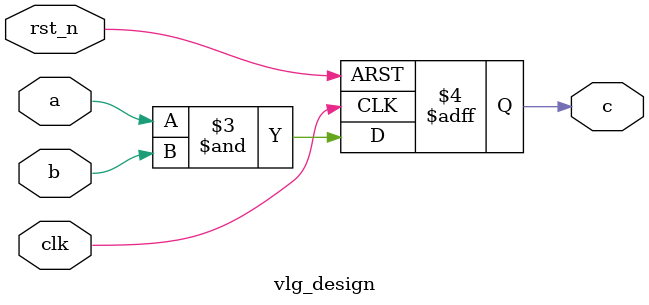
<source format=v>
`timescale 1ns/1ps
module vlg_design(
	input clk,
	input rst_n,
	input a,b,
	output reg c
    );

always @(posedge clk or negedge rst_n)	
	if(!rst_n) c <= 1'b0;
	else c <= a & b;
	

endmodule


</source>
